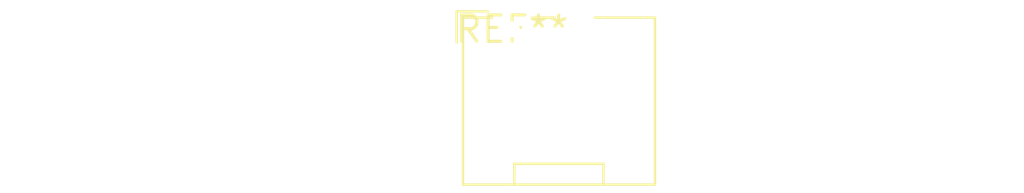
<source format=kicad_pcb>
(kicad_pcb (version 20240108) (generator pcbnew)
  (layers (0 "F.Cu" signal) (31 "B.Cu" signal) (34 "B.Paste" user) (35 "F.Paste" user) (36 "B.SilkS" user "B.Silkscreen") (37 "F.SilkS" user "F.Silkscreen") (38 "B.Mask" user) (39 "F.Mask" user) (44 "Edge.Cuts" user))
  (net 0 "")
  (footprint "JST_ZE_S04B-ZESK-2D_1x04_P1.50mm_Horizontal" (layer "F.Cu") (at 0 0)
    (property "Reference" "REF**")
    (property "Value" "JST_ZE_S04B-ZESK-2D_1x04_P1.50mm_Horizontal")
    (fp_line (start -2.66 -0.86) (end -1.16 -0.86) (layer "F.SilkS") (stroke (width 0.12)))
    (fp_line (start -2.66 0.64) (end -2.66 -0.86) (layer "F.SilkS") (stroke (width 0.12)))
    (fp_line (start -2.36 -0.56) (end -2.36 7.46) (layer "F.SilkS") (stroke (width 0.12)))
    (fp_line (start -2.36 7.46) (end 6.86 7.46) (layer "F.SilkS") (stroke (width 0.12)))
    (fp_line (start -0.96 -0.56) (end -2.36 -0.56) (layer "F.SilkS") (stroke (width 0.12)))
    (fp_line (start 0.11 6.46) (end 4.39 6.46) (layer "F.SilkS") (stroke (width 0.12)))
    (fp_line (start 0.11 7.46) (end 0.11 6.46) (layer "F.SilkS") (stroke (width 0.12)))
    (fp_line (start 0.96 -0.56) (end 2.04 -0.56) (layer "F.SilkS") (stroke (width 0.12)))
    (fp_line (start 4.39 6.46) (end 4.39 7.46) (layer "F.SilkS") (stroke (width 0.12)))
    (fp_line (start 6.86 -0.56) (end 3.96 -0.56) (layer "F.SilkS") (stroke (width 0.12)))
    (fp_line (start 6.86 7.46) (end 6.86 -0.56) (layer "F.SilkS") (stroke (width 0.12)))
    (pad "" np_thru_hole circle (at -1.55 1.85) (size 1.15 1.15) (drill 1.15) (layers *.Cu *.Mask))
    (pad "" np_thru_hole circle (at 6.05 1.85) (size 1.15 1.15) (drill 1.15) (layers *.Cu *.Mask))
    (pad "1" thru_hole roundrect (at 0 0) (size 1.4 1.75) (drill 0.75) (layers *.Cu *.Mask) (remove_unused_layers) (roundrect_rratio 0.178571))
    (pad "2" thru_hole oval (at 1.5 3.7) (size 1.4 1.75) (drill 0.75) (layers *.Cu *.Mask) (remove_unused_layers))
    (pad "3" thru_hole oval (at 3 0) (size 1.4 1.75) (drill 0.75) (layers *.Cu *.Mask) (remove_unused_layers))
    (pad "4" thru_hole oval (at 4.5 3.7) (size 1.4 1.75) (drill 0.75) (layers *.Cu *.Mask) (remove_unused_layers))
  )
)
</source>
